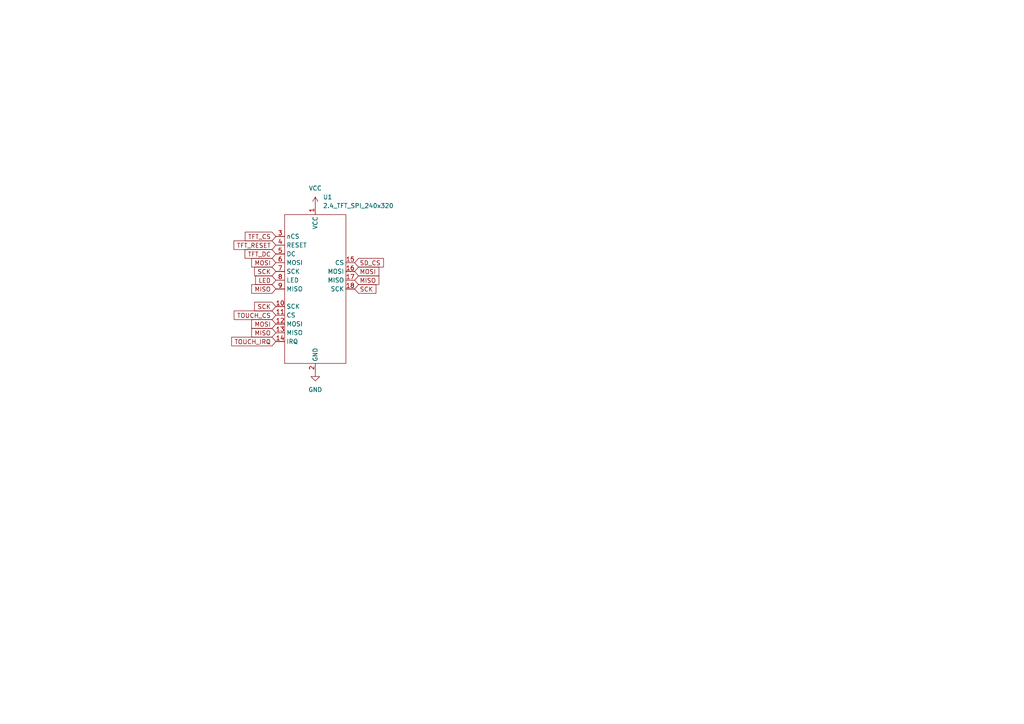
<source format=kicad_sch>
(kicad_sch (version 20230121) (generator eeschema)
  (paper "A4")
  (lib_symbols
    (symbol "AvS_Display:2.4_TFT_SPI_240x320"
      (property "Reference" "U" (at 0 0 0))
      (property "Value" "2.4_TFT_SPI_240x320" (at 0 0 0))
      (symbol "2.4_TFT_SPI_240x320_0_1"
        (rectangle (start -8.89 24.13) (end 8.89 -19.05))
      )
      (symbol "2.4_TFT_SPI_240x320_1_1"
        (pin power_in line (at 0 26.67 270) (length 2.54) (name "VCC") (number "1"))
        (pin input line (at -11.43 -2.54 0) (length 2.54) (name "SCK") (number "10"))
        (pin input line (at -11.43 -5.08 0) (length 2.54) (name "CS") (number "11"))
        (pin input line (at -11.43 -7.62 0) (length 2.54) (name "MOSI") (number "12"))
        (pin output line (at -11.43 -10.16 0) (length 2.54) (name "MISO") (number "13"))
        (pin output line (at -11.43 -12.7 0) (length 2.54) (name "IRQ") (number "14"))
        (pin input line (at 11.43 10.16 180) (length 2.54) (name "CS") (number "15"))
        (pin input line (at 11.43 7.62 180) (length 2.54) (name "MOSI") (number "16"))
        (pin output line (at 11.43 5.08 180) (length 2.54) (name "MISO") (number "17"))
        (pin input line (at 11.43 2.54 180) (length 2.54) (name "SCK") (number "18"))
        (pin power_in line (at 0 -21.59 90) (length 2.54) (name "GND") (number "2"))
        (pin input line (at -11.43 17.78 0) (length 2.54) (name "nCS") (number "3"))
        (pin input line (at -11.43 15.24 0) (length 2.54) (name "RESET") (number "4"))
        (pin input line (at -11.43 12.7 0) (length 2.54) (name "DC") (number "5"))
        (pin input line (at -11.43 10.16 0) (length 2.54) (name "MOSI") (number "6"))
        (pin input line (at -11.43 7.62 0) (length 2.54) (name "SCK") (number "7"))
        (pin power_in line (at -11.43 5.08 0) (length 2.54) (name "LED") (number "8"))
        (pin output line (at -11.43 2.54 0) (length 2.54) (name "MISO") (number "9"))
      )
    )
    (symbol "power:GND" (power) (pin_names (offset 0))
      (property "Value" "GND" (at 0 -3.81 0))
      (symbol "GND_0_1"
        (polyline (pts (xy 0 0) (xy 0 -1.27) (xy 1.27 -1.27) (xy 0 -2.54) (xy -1.27 -1.27) (xy 0 -1.27)))
      )
      (symbol "GND_1_1"
        (pin power_in line (at 0 0 270) (length 0) hide (name "GND") (number "1"))
      )
    )
    (symbol "power:VCC" (power) (pin_names (offset 0))
      (property "Value" "VCC" (at 0 3.81 0))
      (symbol "VCC_0_1"
        (polyline (pts (xy -0.762 1.27) (xy 0 2.54)))
        (polyline (pts (xy 0 0) (xy 0 2.54)))
        (polyline (pts (xy 0 2.54) (xy 0.762 1.27)))
      )
      (symbol "VCC_1_1"
        (pin power_in line (at 0 0 90) (length 0) hide (name "VCC") (number "1"))
      )
    )
  )
  (global_label "MISO" (shape input) (at 80.01 83.82 180) (property "Intersheetrefs" "${INTERSHEET_REFS}" (effects hide)))
  (global_label "MOSI" (shape input) (at 80.01 93.98 180) (property "Intersheetrefs" "${INTERSHEET_REFS}" (effects hide)))
  (global_label "TOUCH_IRQ" (shape input) (at 80.01 99.06 180) (property "Intersheetrefs" "${INTERSHEET_REFS}" (effects hide)))
  (global_label "SCK" (shape input) (at 102.87 83.82 0) (property "Intersheetrefs" "${INTERSHEET_REFS}" (effects hide)))
  (global_label "TOUCH_CS" (shape input) (at 80.01 91.44 180) (property "Intersheetrefs" "${INTERSHEET_REFS}" (effects hide)))
  (global_label "SCK" (shape input) (at 80.01 88.9 180) (property "Intersheetrefs" "${INTERSHEET_REFS}" (effects hide)))
  (global_label "MISO" (shape input) (at 80.01 96.52 180) (property "Intersheetrefs" "${INTERSHEET_REFS}" (effects hide)))
  (global_label "MOSI" (shape input) (at 80.01 76.2 180) (property "Intersheetrefs" "${INTERSHEET_REFS}" (effects hide)))
  (global_label "TFT_RESET" (shape input) (at 80.01 71.12 180) (property "Intersheetrefs" "${INTERSHEET_REFS}" (effects hide)))
  (global_label "MOSI" (shape input) (at 102.87 78.74 0) (property "Intersheetrefs" "${INTERSHEET_REFS}" (effects hide)))
  (global_label "SCK" (shape input) (at 80.01 78.74 180) (property "Intersheetrefs" "${INTERSHEET_REFS}" (effects hide)))
  (global_label "TFT_DC" (shape input) (at 80.01 73.66 180) (property "Intersheetrefs" "${INTERSHEET_REFS}" (effects hide)))
  (global_label "LED" (shape input) (at 80.01 81.28 180) (property "Intersheetrefs" "${INTERSHEET_REFS}" (effects hide)))
  (global_label "TFT_CS" (shape input) (at 80.01 68.58 180) (property "Intersheetrefs" "${INTERSHEET_REFS}" (effects hide)))
  (global_label "MISO" (shape input) (at 102.87 81.28 0) (property "Intersheetrefs" "${INTERSHEET_REFS}" (effects hide)))
  (global_label "SD_CS" (shape input) (at 102.87 76.2 0) (property "Intersheetrefs" "${INTERSHEET_REFS}" (effects hide)))
  (symbol (lib_id "AvS_Display:2.4_TFT_SPI_240x320") (at 91.44 86.36 0) (unit 1)
    (property "Reference" "U1" (at 93.6341 57.15 0) (effects (justify left)))
    (property "Value" "2.4_TFT_SPI_240x320" (at 93.6341 59.69 0) (effects (justify left)))
    (property "Footprint" "AvS_Display:2.4 _TFT_SPI_240x320" (effects hide))
  )
  (symbol (lib_id "power:GND") (at 91.44 107.95 0) (unit 1)
    (property "Reference" "#PWR02" (effects hide))
    (property "Value" "GND" (at 91.44 113.03 0))
  )
  (symbol (lib_id "power:VCC") (at 91.44 59.69 0) (unit 1)
    (property "Reference" "#PWR01" (effects hide))
    (property "Value" "VCC" (at 91.44 54.61 0))
  )
)
</source>
